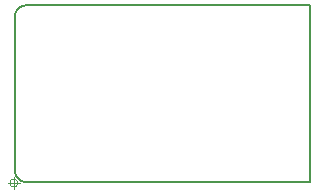
<source format=gm1>
%TF.GenerationSoftware,KiCad,Pcbnew,(6.0.2)*%
%TF.CreationDate,2022-04-27T15:01:22+08:00*%
%TF.ProjectId,USBtoTTL,55534274-6f54-4544-9c2e-6b696361645f,rev?*%
%TF.SameCoordinates,Original*%
%TF.FileFunction,Profile,NP*%
%FSLAX45Y45*%
G04 Gerber Fmt 4.5, Leading zero omitted, Abs format (unit mm)*
G04 Created by KiCad (PCBNEW (6.0.2)) date 2022-04-27 15:01:22*
%MOMM*%
%LPD*%
G01*
G04 APERTURE LIST*
%TA.AperFunction,Profile*%
%ADD10C,0.050800*%
%TD*%
%TA.AperFunction,Profile*%
%ADD11C,0.152399*%
%TD*%
G04 APERTURE END LIST*
D10*
X5825067Y-7538720D02*
G75*
G03*
X5825067Y-7538720I-33867J0D01*
G01*
X5740400Y-7538720D02*
X5842000Y-7538720D01*
X5791200Y-7487920D02*
X5791200Y-7589520D01*
D11*
X5798500Y-7431800D02*
G75*
G03*
X5898500Y-7531800I100000J0D01*
G01*
X5898500Y-6031800D02*
G75*
G03*
X5798500Y-6131800I0J-100000D01*
G01*
X8298500Y-7531800D02*
X8298500Y-6031800D01*
X8298500Y-6031800D02*
X5898500Y-6031800D01*
X5798500Y-6131800D02*
X5798500Y-7431800D01*
X5898500Y-7531800D02*
X8298500Y-7531800D01*
M02*

</source>
